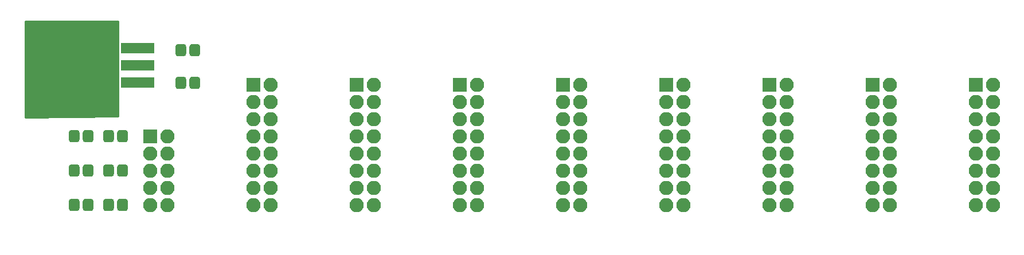
<source format=gbr>
G04 #@! TF.GenerationSoftware,KiCad,Pcbnew,(5.1.6-0-10_14)*
G04 #@! TF.CreationDate,2020-09-27T23:01:40+01:00*
G04 #@! TF.ProjectId,PSUExtensionBoard,50535545-7874-4656-9e73-696f6e426f61,rev?*
G04 #@! TF.SameCoordinates,Original*
G04 #@! TF.FileFunction,Soldermask,Top*
G04 #@! TF.FilePolarity,Negative*
%FSLAX46Y46*%
G04 Gerber Fmt 4.6, Leading zero omitted, Abs format (unit mm)*
G04 Created by KiCad (PCBNEW (5.1.6-0-10_14)) date 2020-09-27 23:01:40*
%MOMM*%
%LPD*%
G01*
G04 APERTURE LIST*
%ADD10R,5.000000X1.500000*%
%ADD11R,9.800000X11.200000*%
%ADD12R,2.100000X2.100000*%
%ADD13O,2.100000X2.100000*%
%ADD14C,0.254000*%
G04 APERTURE END LIST*
D10*
X66735000Y-92392500D03*
X66735000Y-89852500D03*
X66735000Y-87312500D03*
D11*
X57585000Y-89852500D03*
G36*
G01*
X72368000Y-93019044D02*
X72368000Y-91892956D01*
G75*
G02*
X72704956Y-91556000I336956J0D01*
G01*
X73581044Y-91556000D01*
G75*
G02*
X73918000Y-91892956I0J-336956D01*
G01*
X73918000Y-93019044D01*
G75*
G02*
X73581044Y-93356000I-336956J0D01*
G01*
X72704956Y-93356000D01*
G75*
G02*
X72368000Y-93019044I0J336956D01*
G01*
G37*
G36*
G01*
X74418000Y-93019044D02*
X74418000Y-91892956D01*
G75*
G02*
X74754956Y-91556000I336956J0D01*
G01*
X75631044Y-91556000D01*
G75*
G02*
X75968000Y-91892956I0J-336956D01*
G01*
X75968000Y-93019044D01*
G75*
G02*
X75631044Y-93356000I-336956J0D01*
G01*
X74754956Y-93356000D01*
G75*
G02*
X74418000Y-93019044I0J336956D01*
G01*
G37*
G36*
G01*
X73918000Y-87066956D02*
X73918000Y-88193044D01*
G75*
G02*
X73581044Y-88530000I-336956J0D01*
G01*
X72704956Y-88530000D01*
G75*
G02*
X72368000Y-88193044I0J336956D01*
G01*
X72368000Y-87066956D01*
G75*
G02*
X72704956Y-86730000I336956J0D01*
G01*
X73581044Y-86730000D01*
G75*
G02*
X73918000Y-87066956I0J-336956D01*
G01*
G37*
G36*
G01*
X75968000Y-87066956D02*
X75968000Y-88193044D01*
G75*
G02*
X75631044Y-88530000I-336956J0D01*
G01*
X74754956Y-88530000D01*
G75*
G02*
X74418000Y-88193044I0J336956D01*
G01*
X74418000Y-87066956D01*
G75*
G02*
X74754956Y-86730000I336956J0D01*
G01*
X75631044Y-86730000D01*
G75*
G02*
X75968000Y-87066956I0J-336956D01*
G01*
G37*
G36*
G01*
X56620000Y-105973044D02*
X56620000Y-104846956D01*
G75*
G02*
X56956956Y-104510000I336956J0D01*
G01*
X57833044Y-104510000D01*
G75*
G02*
X58170000Y-104846956I0J-336956D01*
G01*
X58170000Y-105973044D01*
G75*
G02*
X57833044Y-106310000I-336956J0D01*
G01*
X56956956Y-106310000D01*
G75*
G02*
X56620000Y-105973044I0J336956D01*
G01*
G37*
G36*
G01*
X58670000Y-105973044D02*
X58670000Y-104846956D01*
G75*
G02*
X59006956Y-104510000I336956J0D01*
G01*
X59883044Y-104510000D01*
G75*
G02*
X60220000Y-104846956I0J-336956D01*
G01*
X60220000Y-105973044D01*
G75*
G02*
X59883044Y-106310000I-336956J0D01*
G01*
X59006956Y-106310000D01*
G75*
G02*
X58670000Y-105973044I0J336956D01*
G01*
G37*
G36*
G01*
X58170000Y-109926956D02*
X58170000Y-111053044D01*
G75*
G02*
X57833044Y-111390000I-336956J0D01*
G01*
X56956956Y-111390000D01*
G75*
G02*
X56620000Y-111053044I0J336956D01*
G01*
X56620000Y-109926956D01*
G75*
G02*
X56956956Y-109590000I336956J0D01*
G01*
X57833044Y-109590000D01*
G75*
G02*
X58170000Y-109926956I0J-336956D01*
G01*
G37*
G36*
G01*
X60220000Y-109926956D02*
X60220000Y-111053044D01*
G75*
G02*
X59883044Y-111390000I-336956J0D01*
G01*
X59006956Y-111390000D01*
G75*
G02*
X58670000Y-111053044I0J336956D01*
G01*
X58670000Y-109926956D01*
G75*
G02*
X59006956Y-109590000I336956J0D01*
G01*
X59883044Y-109590000D01*
G75*
G02*
X60220000Y-109926956I0J-336956D01*
G01*
G37*
G36*
G01*
X56620000Y-100893044D02*
X56620000Y-99766956D01*
G75*
G02*
X56956956Y-99430000I336956J0D01*
G01*
X57833044Y-99430000D01*
G75*
G02*
X58170000Y-99766956I0J-336956D01*
G01*
X58170000Y-100893044D01*
G75*
G02*
X57833044Y-101230000I-336956J0D01*
G01*
X56956956Y-101230000D01*
G75*
G02*
X56620000Y-100893044I0J336956D01*
G01*
G37*
G36*
G01*
X58670000Y-100893044D02*
X58670000Y-99766956D01*
G75*
G02*
X59006956Y-99430000I336956J0D01*
G01*
X59883044Y-99430000D01*
G75*
G02*
X60220000Y-99766956I0J-336956D01*
G01*
X60220000Y-100893044D01*
G75*
G02*
X59883044Y-101230000I-336956J0D01*
G01*
X59006956Y-101230000D01*
G75*
G02*
X58670000Y-100893044I0J336956D01*
G01*
G37*
D12*
X68580000Y-100330000D03*
D13*
X71120000Y-100330000D03*
X68580000Y-102870000D03*
X71120000Y-102870000D03*
X68580000Y-105410000D03*
X71120000Y-105410000D03*
X68580000Y-107950000D03*
X71120000Y-107950000D03*
X68580000Y-110490000D03*
X71120000Y-110490000D03*
D12*
X83820000Y-92710000D03*
D13*
X86360000Y-92710000D03*
X83820000Y-95250000D03*
X86360000Y-95250000D03*
X83820000Y-97790000D03*
X86360000Y-97790000D03*
X83820000Y-100330000D03*
X86360000Y-100330000D03*
X83820000Y-102870000D03*
X86360000Y-102870000D03*
X83820000Y-105410000D03*
X86360000Y-105410000D03*
X83820000Y-107950000D03*
X86360000Y-107950000D03*
X83820000Y-110490000D03*
X86360000Y-110490000D03*
X101600000Y-110490000D03*
X99060000Y-110490000D03*
X101600000Y-107950000D03*
X99060000Y-107950000D03*
X101600000Y-105410000D03*
X99060000Y-105410000D03*
X101600000Y-102870000D03*
X99060000Y-102870000D03*
X101600000Y-100330000D03*
X99060000Y-100330000D03*
X101600000Y-97790000D03*
X99060000Y-97790000D03*
X101600000Y-95250000D03*
X99060000Y-95250000D03*
X101600000Y-92710000D03*
D12*
X99060000Y-92710000D03*
X114300000Y-92710000D03*
D13*
X116840000Y-92710000D03*
X114300000Y-95250000D03*
X116840000Y-95250000D03*
X114300000Y-97790000D03*
X116840000Y-97790000D03*
X114300000Y-100330000D03*
X116840000Y-100330000D03*
X114300000Y-102870000D03*
X116840000Y-102870000D03*
X114300000Y-105410000D03*
X116840000Y-105410000D03*
X114300000Y-107950000D03*
X116840000Y-107950000D03*
X114300000Y-110490000D03*
X116840000Y-110490000D03*
X132080000Y-110490000D03*
X129540000Y-110490000D03*
X132080000Y-107950000D03*
X129540000Y-107950000D03*
X132080000Y-105410000D03*
X129540000Y-105410000D03*
X132080000Y-102870000D03*
X129540000Y-102870000D03*
X132080000Y-100330000D03*
X129540000Y-100330000D03*
X132080000Y-97790000D03*
X129540000Y-97790000D03*
X132080000Y-95250000D03*
X129540000Y-95250000D03*
X132080000Y-92710000D03*
D12*
X129540000Y-92710000D03*
X144780000Y-92710000D03*
D13*
X147320000Y-92710000D03*
X144780000Y-95250000D03*
X147320000Y-95250000D03*
X144780000Y-97790000D03*
X147320000Y-97790000D03*
X144780000Y-100330000D03*
X147320000Y-100330000D03*
X144780000Y-102870000D03*
X147320000Y-102870000D03*
X144780000Y-105410000D03*
X147320000Y-105410000D03*
X144780000Y-107950000D03*
X147320000Y-107950000D03*
X144780000Y-110490000D03*
X147320000Y-110490000D03*
X162560000Y-110490000D03*
X160020000Y-110490000D03*
X162560000Y-107950000D03*
X160020000Y-107950000D03*
X162560000Y-105410000D03*
X160020000Y-105410000D03*
X162560000Y-102870000D03*
X160020000Y-102870000D03*
X162560000Y-100330000D03*
X160020000Y-100330000D03*
X162560000Y-97790000D03*
X160020000Y-97790000D03*
X162560000Y-95250000D03*
X160020000Y-95250000D03*
X162560000Y-92710000D03*
D12*
X160020000Y-92710000D03*
X175260000Y-92710000D03*
D13*
X177800000Y-92710000D03*
X175260000Y-95250000D03*
X177800000Y-95250000D03*
X175260000Y-97790000D03*
X177800000Y-97790000D03*
X175260000Y-100330000D03*
X177800000Y-100330000D03*
X175260000Y-102870000D03*
X177800000Y-102870000D03*
X175260000Y-105410000D03*
X177800000Y-105410000D03*
X175260000Y-107950000D03*
X177800000Y-107950000D03*
X175260000Y-110490000D03*
X177800000Y-110490000D03*
X193040000Y-110490000D03*
X190500000Y-110490000D03*
X193040000Y-107950000D03*
X190500000Y-107950000D03*
X193040000Y-105410000D03*
X190500000Y-105410000D03*
X193040000Y-102870000D03*
X190500000Y-102870000D03*
X193040000Y-100330000D03*
X190500000Y-100330000D03*
X193040000Y-97790000D03*
X190500000Y-97790000D03*
X193040000Y-95250000D03*
X190500000Y-95250000D03*
X193040000Y-92710000D03*
D12*
X190500000Y-92710000D03*
G36*
G01*
X61700000Y-105973044D02*
X61700000Y-104846956D01*
G75*
G02*
X62036956Y-104510000I336956J0D01*
G01*
X62913044Y-104510000D01*
G75*
G02*
X63250000Y-104846956I0J-336956D01*
G01*
X63250000Y-105973044D01*
G75*
G02*
X62913044Y-106310000I-336956J0D01*
G01*
X62036956Y-106310000D01*
G75*
G02*
X61700000Y-105973044I0J336956D01*
G01*
G37*
G36*
G01*
X63750000Y-105973044D02*
X63750000Y-104846956D01*
G75*
G02*
X64086956Y-104510000I336956J0D01*
G01*
X64963044Y-104510000D01*
G75*
G02*
X65300000Y-104846956I0J-336956D01*
G01*
X65300000Y-105973044D01*
G75*
G02*
X64963044Y-106310000I-336956J0D01*
G01*
X64086956Y-106310000D01*
G75*
G02*
X63750000Y-105973044I0J336956D01*
G01*
G37*
G36*
G01*
X61700000Y-111053044D02*
X61700000Y-109926956D01*
G75*
G02*
X62036956Y-109590000I336956J0D01*
G01*
X62913044Y-109590000D01*
G75*
G02*
X63250000Y-109926956I0J-336956D01*
G01*
X63250000Y-111053044D01*
G75*
G02*
X62913044Y-111390000I-336956J0D01*
G01*
X62036956Y-111390000D01*
G75*
G02*
X61700000Y-111053044I0J336956D01*
G01*
G37*
G36*
G01*
X63750000Y-111053044D02*
X63750000Y-109926956D01*
G75*
G02*
X64086956Y-109590000I336956J0D01*
G01*
X64963044Y-109590000D01*
G75*
G02*
X65300000Y-109926956I0J-336956D01*
G01*
X65300000Y-111053044D01*
G75*
G02*
X64963044Y-111390000I-336956J0D01*
G01*
X64086956Y-111390000D01*
G75*
G02*
X63750000Y-111053044I0J336956D01*
G01*
G37*
G36*
G01*
X63250000Y-99766956D02*
X63250000Y-100893044D01*
G75*
G02*
X62913044Y-101230000I-336956J0D01*
G01*
X62036956Y-101230000D01*
G75*
G02*
X61700000Y-100893044I0J336956D01*
G01*
X61700000Y-99766956D01*
G75*
G02*
X62036956Y-99430000I336956J0D01*
G01*
X62913044Y-99430000D01*
G75*
G02*
X63250000Y-99766956I0J-336956D01*
G01*
G37*
G36*
G01*
X65300000Y-99766956D02*
X65300000Y-100893044D01*
G75*
G02*
X64963044Y-101230000I-336956J0D01*
G01*
X64086956Y-101230000D01*
G75*
G02*
X63750000Y-100893044I0J336956D01*
G01*
X63750000Y-99766956D01*
G75*
G02*
X64086956Y-99430000I336956J0D01*
G01*
X64963044Y-99430000D01*
G75*
G02*
X65300000Y-99766956I0J-336956D01*
G01*
G37*
D14*
G36*
X63881000Y-97410149D02*
G01*
X50165000Y-97534840D01*
X50165000Y-83312000D01*
X63881000Y-83312000D01*
X63881000Y-97410149D01*
G37*
X63881000Y-97410149D02*
X50165000Y-97534840D01*
X50165000Y-83312000D01*
X63881000Y-83312000D01*
X63881000Y-97410149D01*
M02*

</source>
